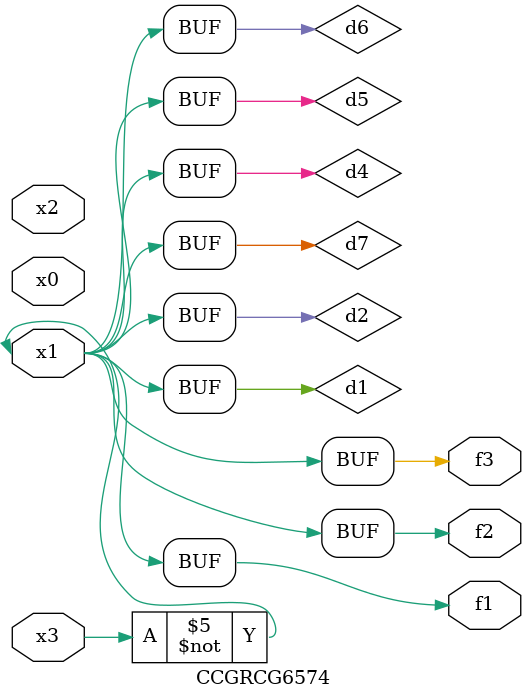
<source format=v>
module CCGRCG6574(
	input x0, x1, x2, x3,
	output f1, f2, f3
);

	wire d1, d2, d3, d4, d5, d6, d7;

	not (d1, x3);
	buf (d2, x1);
	xnor (d3, d1, d2);
	nor (d4, d1);
	buf (d5, d1, d2);
	buf (d6, d4, d5);
	nand (d7, d4);
	assign f1 = d6;
	assign f2 = d7;
	assign f3 = d6;
endmodule

</source>
